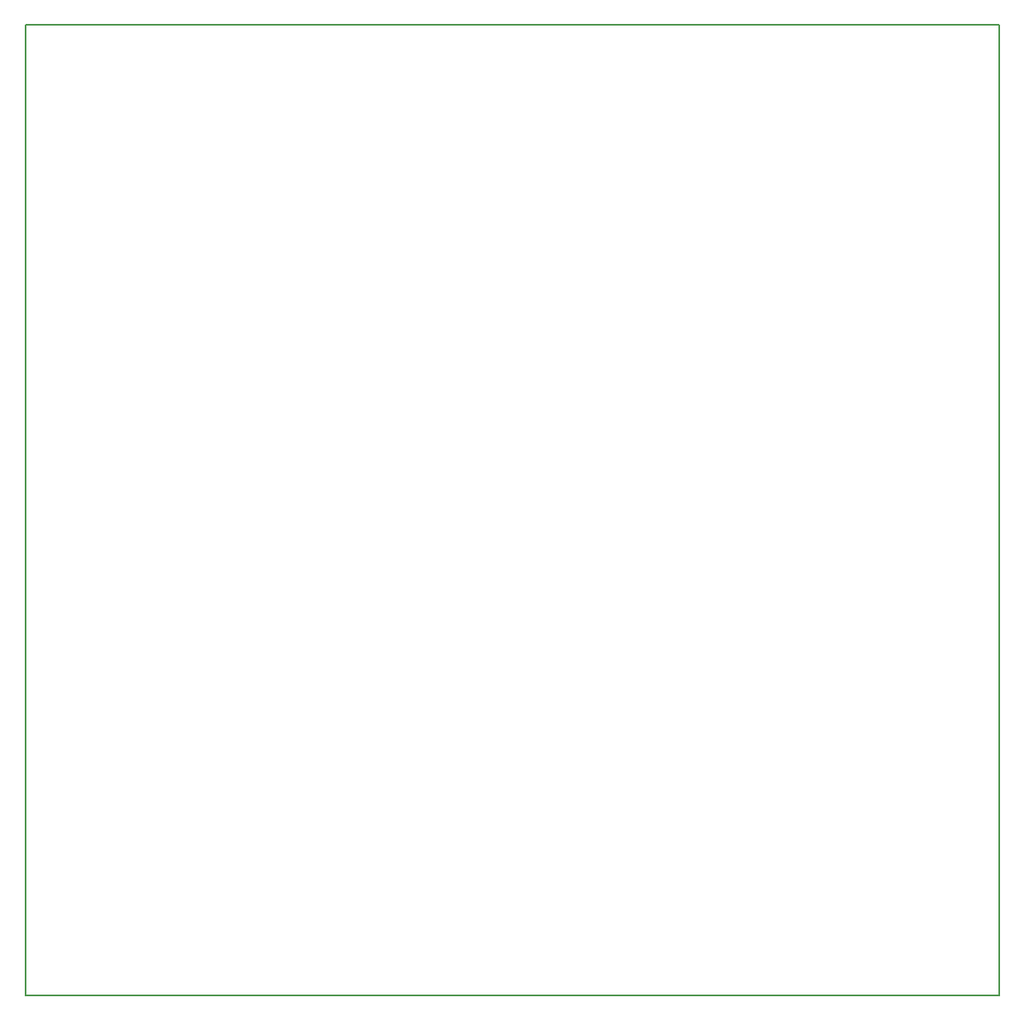
<source format=gko>
G04 Layer_Color=16711935*
%FSLAX23Y23*%
%MOIN*%
G70*
G01*
G75*
%ADD47C,0.008*%
D47*
X-0Y3920D02*
X3930D01*
X0Y-0D02*
Y3920D01*
Y-0D02*
X3930D01*
Y3920D01*
M02*

</source>
